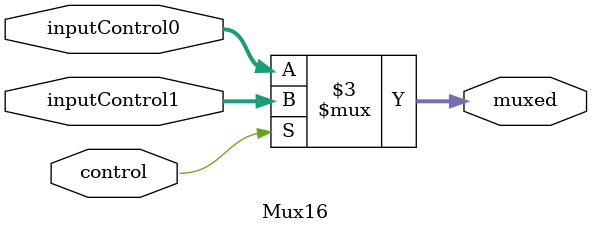
<source format=v>
module Mux16 (
    input   wire    [15:0]  inputControl0,
    input   wire    [15:0]  inputControl1,
    input   wire            control,

    output  reg     [15:0]  muxed
);
    always @(*) begin
        if (control) begin
            muxed <= inputControl1;
        end
        else begin
            muxed <= inputControl0;
        end
    end

endmodule
</source>
